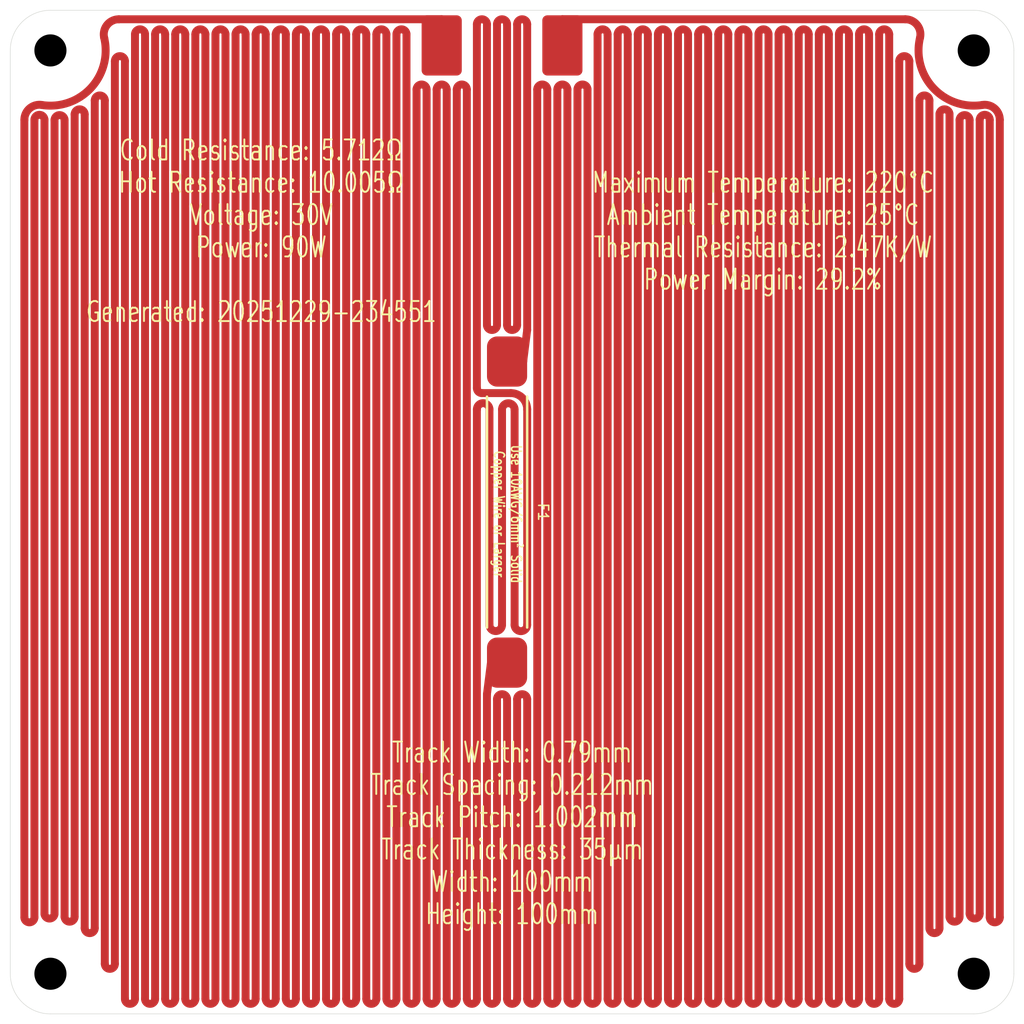
<source format=kicad_pcb>
(kicad_pcb (version 20241229) (generator "pcbnew") (generator_version "9.0")
  (layers (0 "F.Cu" signal) (2 "B.Cu" signal) (13 "F.Paste" user) (15 "B.Paste" user) (5 "F.SilkS" user "F.Silkscreen") (7 "B.SilkS" user "B.Silkscreen") (1 "F.Mask" user) (3 "B.Mask" user) (25 "Edge.Cuts" user))
  (net 0 "")
  (net 1 "Net-(J2-Pin_1)")
  (net 2 "Net-(J1-Pin_1)")
  (footprint "blg:MountingHole_3.2mm_M3_NoPad_TopLarge" (layer "F.Cu") (at 151 59)
    (property "Reference" "REF**" (hide yes))
    (property "Value" "MountingHole_3.2mm_M3_NoPad_TopLarge" (hide yes))
    (pad "" np_thru_hole circle (at 0 0) (size 7.6 7.6) (drill 3.2) (layers))
  )
  (footprint "blg:SMD_PowerConnection_4x6mm" (layer "F.Cu") (at 110.01 58.5 -90)
    (property "Reference" "J2" (hide yes))
    (property "Value" "Hotplate_Power_Connection" (hide yes))
    (pad "1" smd roundrect (at 0 0 270) (size 6 4) (layers "F.Cu" "F.Mask" "F.Paste") (roundrect_rratio 0.125) (net 1 "Net-(J2-Pin_1)"))
  )
  (footprint "blg:MountingHole_3.2mm_M3_NoPad_TopLarge" (layer "F.Cu") (at 59 151)
    (property "Reference" "REF**" (hide yes))
    (property "Value" "MountingHole_3.2mm_M3_NoPad_TopLarge" (hide yes))
    (pad "" np_thru_hole circle (at 0 0) (size 7.6 7.6) (drill 3.2) (layers))
  )
  (footprint "blg:MountingHole_3.2mm_M3_NoPad_TopLarge" (layer "F.Cu") (at 151 151)
    (property "Reference" "REF**" (hide yes))
    (property "Value" "MountingHole_3.2mm_M3_NoPad_TopLarge" (hide yes))
    (pad "" np_thru_hole circle (at 0 0) (size 7.6 7.6) (drill 3.2) (layers))
  )
  (footprint "blg:SMD_PowerConnection_4x6mm" (layer "F.Cu") (at 97.986 58.5 -90)
    (property "Reference" "J1" (hide yes))
    (property "Value" "Hotplate_Power_Connection" (hide yes))
    (pad "1" smd roundrect (at 0 0 270) (size 6 4) (layers "F.Cu" "F.Mask" "F.Paste") (roundrect_rratio 0.125) (net 2 "Net-(J1-Pin_1)"))
  )
  (footprint "blg:Thermal Fuse, SN100C, Front, 35mm" (layer "F.Cu") (at 104.499 105 -90)
    (property "Reference" "F1" (at 0 -3.6 270) (layer "F.SilkS"))
    (property "Value" "~")
    (fp_line (start -11.5 2) (end 11.5 2) (stroke (width 0.25)) (layer "F.SilkS"))
    (fp_line (start -11.5 -2) (end 11.5 -2) (stroke (width 0.25)) (layer "F.SilkS"))
    (fp_text user "Use 10AWG/6mm  Solid" (at 0.2 -0.9 270) (layer "F.SilkS") (effects (font (size 1 0.75))))
    (fp_text user "2" (at 3.35 -1.3 270) (layer "F.SilkS") (effects (font (size 0.6 0.4) (thickness 0.1))))
    (fp_text user "Copper Wire or Larger" (at 0.2 0.8 270) (layer "F.SilkS") (effects (font (size 1 0.75))))
    (pad "1" smd roundrect (at -15 0 270) (size 5 4) (layers "F.Cu" "F.Mask") (net 2 "Net-(J1-Pin_1)"))
    (pad "2" smd roundrect (at 15 0 270) (size 5 4) (layers "F.Cu" "F.Mask") (net 1 "Net-(J2-Pin_1)"))
  )
  (footprint "blg:MountingHole_3.2mm_M3_NoPad_TopLarge" (layer "F.Cu") (at 59 59)
    (property "Reference" "REF**" (hide yes))
    (property "Value" "MountingHole_3.2mm_M3_NoPad_TopLarge" (hide yes))
    (pad "" np_thru_hole circle (at 0 0) (size 7.6 7.6) (drill 3.2) (layers))
  )
  (gr_arc (start 55 59) (mid 56.171573 56.171573) (end 59 55) (stroke (width 0.05)) (layer "Edge.Cuts"))
  (gr_line (start 155 59) (end 155 151) (stroke (width 0.05)) (layer "Edge.Cuts"))
  (gr_arc (start 59 155) (mid 56.171573 153.828427) (end 55 151) (stroke (width 0.05)) (layer "Edge.Cuts"))
  (gr_line (start 59 155) (end 151 155) (stroke (width 0.05)) (layer "Edge.Cuts"))
  (gr_line (start 55 59) (end 55 151) (stroke (width 0.05)) (layer "Edge.Cuts"))
  (gr_arc (start 155 151) (mid 153.828427 153.828427) (end 151 155) (stroke (width 0.05)) (layer "Edge.Cuts"))
  (gr_arc (start 151 55) (mid 153.828427 56.171573) (end 155 59) (stroke (width 0.05)) (layer "Edge.Cuts"))
  (gr_line (start 59 55) (end 151 55) (stroke (width 0.05)) (layer "Edge.Cuts"))
  (gr_text "Track Width: 0.79mm\nTrack Spacing: 0.212mm\nTrack Pitch: 1.002mm\nTrack Thickness: 35µm\nWidth: 100mm\nHeight: 100mm" (at 105 137 0) (layer "F.SilkS") (effects (font (size 2 1.5) (thickness 0.1875))))
  (gr_text "Maximum Temperature: 220°C\nAmbient Temperature: 25°C\nThermal Resistance: 2.47K/W\nPower Margin: 29.2%" (at 130 77 0) (layer "F.SilkS") (effects (font (size 2 1.5) (thickness 0.1875))))
  (gr_text "Cold Resistance: 5.712Ω\nHot Resistance: 10.005Ω\nVoltage: 30V\nPower: 90W\n\nGenerated: 20251229-234551" (at 80 77 0) (layer "F.SilkS") (effects (font (size 2 1.5) (thickness 0.1875))))
  (segment (start 127.544999 153.498) (end 127.544999 57.397999) (width 0.79) (layer "F.Cu") (net 1))
  (segment (start 146.583 63.986912) (end 146.583 146.451489) (width 0.79) (layer "F.Cu") (net 1))
  (segment (start 122.535 57.397999) (end 122.535 153.498) (width 0.79) (layer "F.Cu") (net 1))
  (segment (start 142.575 57.397999) (end 142.575 153.498) (width 0.79) (layer "F.Cu") (net 1))
  (segment (start 132.555 57.397999) (end 132.555 153.498) (width 0.79) (layer "F.Cu") (net 1))
  (segment (start 119.529 153.498) (end 119.529 57.397999) (width 0.79) (layer "F.Cu") (net 1))
  (segment (start 134.559 57.397999) (end 134.559 153.498) (width 0.79) (layer "F.Cu") (net 1))
  (segment (start 129.549 153.498) (end 129.549 57.397999) (width 0.79) (layer "F.Cu") (net 1))
  (segment (start 128.547 57.397999) (end 128.547 153.498) (width 0.79) (layer "F.Cu") (net 1))
  (segment (start 139.569 153.498) (end 139.569 57.397999) (width 0.79) (layer "F.Cu") (net 1))
  (segment (start 110.009999 55.895) (end 110.009999 58.5) (width 0.79) (layer "F.Cu") (net 1))
  (segment (start 152.594999 65.918032) (end 152.594999 145.375874) (width 0.79) (layer "F.Cu") (net 1))
  (segment (start 126.542999 57.397999) (end 126.542999 153.498) (width 0.79) (layer "F.Cu") (net 1))
  (segment (start 124.539 57.397999) (end 124.539 153.498) (width 0.79) (layer "F.Cu") (net 1))
  (segment (start 104.499 123.645999) (end 104.499 153.498) (width 0.79) (layer "F.Cu") (net 1))
  (segment (start 115.521 153.498) (end 115.521 57.397999) (width 0.79) (layer "F.Cu") (net 1))
  (segment (start 140.571 57.397999) (end 140.571 153.498) (width 0.79) (layer "F.Cu") (net 1))
  (segment (start 111.513 153.498) (end 111.513 62.896) (width 0.79) (layer "F.Cu") (net 1))
  (segment (start 150.591 65.944632) (end 150.591 144.998705) (width 0.79) (layer "F.Cu") (net 1))
  (segment (start 121.532999 153.498) (end 121.532999 57.397999) (width 0.79) (layer "F.Cu") (net 1))
  (segment (start 102.494999 123.145) (end 102.494999 153.498) (width 0.79) (layer "F.Cu") (net 1))
  (segment (start 106.503 123.645999) (end 106.503 153.498) (width 0.79) (layer "F.Cu") (net 1))
  (segment (start 112.514999 62.896) (end 112.514999 153.498) (width 0.79) (layer "F.Cu") (net 1))
  (segment (start 136.563 57.397999) (end 136.563 153.498) (width 0.79) (layer "F.Cu") (net 1))
  (segment (start 105.500999 153.498) (end 105.500999 123.645999) (width 0.79) (layer "F.Cu") (net 1))
  (segment (start 118.526999 57.397999) (end 118.526999 153.498) (width 0.79) (layer "F.Cu") (net 1))
  (segment (start 125.540999 153.498) (end 125.540999 57.397999) (width 0.79) (layer "F.Cu") (net 1))
  (segment (start 116.523 57.397999) (end 116.523 153.498) (width 0.79) (layer "F.Cu") (net 1))
  (segment (start 123.536999 153.498) (end 123.536999 57.397999) (width 0.79) (layer "F.Cu") (net 1))
  (segment (start 148.587 65.369036) (end 148.587 145.310688) (width 0.79) (layer "F.Cu") (net 1))
  (segment (start 135.560999 153.498) (end 135.560999 57.397999) (width 0.79) (layer "F.Cu") (net 1))
  (segment (start 137.565 153.498) (end 137.565 57.397999) (width 0.79) (layer "F.Cu") (net 1))
  (segment (start 102.894 120) (end 104.499 120) (width 0.79) (layer "F.Cu") (net 1))
  (segment (start 147.585 146.451489) (end 147.585 65.369036) (width 0.79) (layer "F.Cu") (net 1))
  (segment (start 141.573 153.498) (end 141.573 57.397999) (width 0.79) (layer "F.Cu") (net 1))
  (segment (start 153.596999 145.375874) (end 153.596999 65.918032) (width 0.79) (layer "F.Cu") (net 1))
  (segment (start 108.506999 62.896) (end 108.506999 153.498) (width 0.79) (layer "F.Cu") (net 1))
  (segment (start 102.494999 123.145) (end 102.894 120) (width 0.79) (layer "F.Cu") (net 1))
  (segment (start 144.18167 55.895) (end 110.009999 55.895) (width 0.79) (layer "F.Cu") (net 1))
  (segment (start 144.578999 60.068612) (end 144.578999 150.011261) (width 0.79) (layer "F.Cu") (net 1))
  (segment (start 117.524999 153.498) (end 117.524999 57.397999) (width 0.79) (layer "F.Cu") (net 1))
  (segment (start 107.505 153.498) (end 107.505 62.896) (width 0.79) (layer "F.Cu") (net 1))
  (segment (start 113.517 153.498) (end 113.517 57.397999) (width 0.79) (layer "F.Cu") (net 1))
  (segment (start 114.518999 57.397999) (end 114.518999 153.498) (width 0.79) (layer "F.Cu") (net 1))
  (segment (start 143.576999 153.498) (end 143.576999 60.068612) (width 0.79) (layer "F.Cu") (net 1))
  (segment (start 130.550999 57.397999) (end 130.550999 153.498) (width 0.79) (layer "F.Cu") (net 1))
  (segment (start 149.589 145.310688) (end 149.589 65.944632) (width 0.79) (layer "F.Cu") (net 1))
  (segment (start 120.531 57.397999) (end 120.531 153.498) (width 0.79) (layer "F.Cu") (net 1))
  (segment (start 151.593 144.998705) (end 151.593 65.918032) (width 0.79) (layer "F.Cu") (net 1))
  (segment (start 109.509 153.498) (end 109.509 62.896) (width 0.79) (layer "F.Cu") (net 1))
  (segment (start 110.511 62.896) (end 110.511 153.498) (width 0.79) (layer "F.Cu") (net 1))
  (segment (start 138.567 57.397999) (end 138.567 153.498) (width 0.79) (layer "F.Cu") (net 1))
  (segment (start 133.556999 153.498) (end 133.556999 57.397999) (width 0.79) (layer "F.Cu") (net 1))
  (segment (start 103.496999 153.498) (end 103.496999 123.645999) (width 0.79) (layer "F.Cu") (net 1))
  (segment (start 145.581 150.011261) (end 145.581 63.986912) (width 0.79) (layer "F.Cu") (net 1))
  (segment (start 131.553 153.498) (end 131.553 57.397999) (width 0.79) (layer "F.Cu") (net 1))
  (arc (start 103.496999 123.645999) (mid 103.997999 123.145) (end 104.499 123.645999) (width 0.79) (layer "F.Cu") (net 1))
  (arc (start 143.576999 60.068612) (mid 144.077999 59.567612) (end 144.578999 60.068612) (width 0.79) (layer "F.Cu") (net 1))
  (arc (start 142.575 153.498) (mid 143.076 153.999) (end 143.576999 153.498) (width 0.79) (layer "F.Cu") (net 1))
  (arc (start 152.594999 145.375874) (mid 153.095999 145.876874) (end 153.596999 145.375874) (width 0.79) (layer "F.Cu") (net 1))
  (arc (start 139.569 57.397999) (mid 140.07 56.897) (end 140.571 57.397999) (width 0.79) (layer "F.Cu") (net 1))
  (arc (start 102.494999 153.498) (mid 102.996 153.999) (end 103.496999 153.498) (width 0.79) (layer "F.Cu") (net 1))
  (arc (start 124.539 153.498) (mid 125.039999 153.999) (end 125.540999 153.498) (width 0.79) (layer "F.Cu") (net 1))
  (arc (start 147.585 65.369036) (mid 148.085999 64.868036) (end 148.587 65.369036) (width 0.79) (layer "F.Cu") (net 1))
  (arc (start 118.526999 153.498) (mid 119.027999 153.999) (end 119.529 153.498) (width 0.79) (layer "F.Cu") (net 1))
  (arc (start 110.511 153.498) (mid 111.012 153.999) (end 111.513 153.498) (width 0.79) (layer "F.Cu") (net 1))
  (arc (start 133.556999 57.397999) (mid 134.058 56.897) (end 134.559 57.397999) (width 0.79) (layer "F.Cu") (net 1))
  (arc (start 144.578999 150.011261) (mid 145.079999 150.512261) (end 145.581 150.011261) (width 0.79) (layer "F.Cu") (net 1))
  (arc (start 116.523 153.498) (mid 117.023999 153.999) (end 117.524999 153.498) (width 0.79) (layer "F.Cu") (net 1))
  (arc (start 140.571 153.498) (mid 141.072 153.999) (end 141.573 153.498) (width 0.79) (layer "F.Cu") (net 1))
  (arc (start 148.587 145.310688) (mid 149.088 145.811688) (end 149.589 145.310688) (width 0.79) (layer "F.Cu") (net 1))
  (arc (start 106.503 153.498) (mid 107.004 153.999) (end 107.505 153.498) (width 0.79) (layer "F.Cu") (net 1))
  (arc (start 145.581 63.986912) (mid 146.082 63.485912) (end 146.583 63.986912) (width 0.79) (layer "F.Cu") (net 1))
  (arc (start 109.509 62.896) (mid 110.009999 62.394999) (end 110.511 62.896) (width 0.79) (layer "F.Cu") (net 1))
  (arc (start 130.550999 153.498) (mid 131.051999 153.999) (end 131.553 153.498) (width 0.79) (layer "F.Cu") (net 1))
  (arc (start 117.524999 57.397999) (mid 118.026 56.897) (end 118.526999 57.397999) (width 0.79) (layer "F.Cu") (net 1))
  (arc (start 150.591 144.998705) (mid 151.092 145.499705) (end 151.593 144.998705) (width 0.79) (layer "F.Cu") (net 1))
  (arc (start 146.583 146.451489) (mid 147.084 146.952489) (end 147.585 146.451489) (width 0.79) (layer "F.Cu") (net 1))
  (arc (start 122.535 153.498) (mid 123.035999 153.999) (end 123.536999 153.498) (width 0.79) (layer "F.Cu") (net 1))
  (arc (start 123.536999 57.397999) (mid 124.038 56.897) (end 124.539 57.397999) (width 0.79) (layer "F.Cu") (net 1))
  (arc (start 153.596999 65.918032) (mid 153.21163 64.91309) (end 151.859236 64.43348) (width 0.79) (layer "F.Cu") (net 1))
  (arc (start 135.560999 57.397999) (mid 136.061999 56.897) (end 136.563 57.397999) (width 0.79) (layer "F.Cu") (net 1))
  (arc (start 128.547 153.498) (mid 129.048 153.999) (end 129.549 153.498) (width 0.79) (layer "F.Cu") (net 1))
  (arc (start 113.517 57.397999) (mid 114.018 56.897) (end 114.518999 57.397999) (width 0.79) (layer "F.Cu") (net 1))
  (arc (start 112.514999 153.498) (mid 113.015999 153.999) (end 113.517 153.498) (width 0.79) (layer "F.Cu") (net 1))
  (arc (start 111.513 62.896) (mid 112.013999 62.394999) (end 112.514999 62.896) (width 0.79) (layer "F.Cu") (net 1))
  (arc (start 104.499 153.498) (mid 105 153.999) (end 105.500999 153.498) (width 0.79) (layer "F.Cu") (net 1))
  (arc (start 131.553 57.397999) (mid 132.054 56.897) (end 132.555 57.397999) (width 0.79) (layer "F.Cu") (net 1))
  (arc (start 144.18167 55.895) (mid 145.359742 56.464642) (end 145.644827 57.741775) (width 0.79) (layer "F.Cu") (net 1))
  (arc (start 119.529 57.397999) (mid 120.03 56.897) (end 120.531 57.397999) (width 0.79) (layer "F.Cu") (net 1))
  (arc (start 136.563 153.498) (mid 137.064 153.999) (end 137.565 153.498) (width 0.79) (layer "F.Cu") (net 1))
  (arc (start 151.593 65.918032) (mid 152.094 65.417032) (end 152.594999 65.918032) (width 0.79) (layer "F.Cu") (net 1))
  (arc (start 120.531 153.498) (mid 121.032 153.999) (end 121.532999 153.498) (width 0.79) (layer "F.Cu") (net 1))
  (arc (start 107.505 62.896) (mid 108.005999 62.394999) (end 108.506999 62.896) (width 0.79) (layer "F.Cu") (net 1))
  (arc (start 115.521 57.397999) (mid 116.022 56.897) (end 116.523 57.397999) (width 0.79) (layer "F.Cu") (net 1))
  (arc (start 126.542999 153.498) (mid 127.044 153.999) (end 127.544999 153.498) (width 0.79) (layer "F.Cu") (net 1))
  (arc (start 149.589 65.944632) (mid 150.09 65.443632) (end 150.591 65.944632) (width 0.79) (layer "F.Cu") (net 1))
  (arc (start 127.544999 57.397999) (mid 128.045999 56.897) (end 128.547 57.397999) (width 0.79) (layer "F.Cu") (net 1))
  (arc (start 132.555 153.498) (mid 133.056 153.999) (end 133.556999 153.498) (width 0.79) (layer "F.Cu") (net 1))
  (arc (start 151.859236 64.43348) (mid 146.969108 62.743382) (end 145.644827 57.741775) (width 0.79) (layer "F.Cu") (net 1))
  (arc (start 137.565 57.397999) (mid 138.066 56.897) (end 138.567 57.397999) (width 0.79) (layer "F.Cu") (net 1))
  (arc (start 105.500999 123.645999) (mid 106.002 123.145) (end 106.503 123.645999) (width 0.79) (layer "F.Cu") (net 1))
  (arc (start 108.506999 153.498) (mid 109.008 153.999) (end 109.509 153.498) (width 0.79) (layer "F.Cu") (net 1))
  (arc (start 134.559 153.498) (mid 135.059999 153.999) (end 135.560999 153.498) (width 0.79) (layer "F.Cu") (net 1))
  (arc (start 114.518999 153.498) (mid 115.02 153.999) (end 115.521 153.498) (width 0.79) (layer "F.Cu") (net 1))
  (arc (start 125.540999 57.397999) (mid 126.041999 56.897) (end 126.542999 57.397999) (width 0.79) (layer "F.Cu") (net 1))
  (arc (start 129.549 57.397999) (mid 130.05 56.897) (end 130.550999 57.397999) (width 0.79) (layer "F.Cu") (net 1))
  (arc (start 121.532999 57.397999) (mid 122.033999 56.897) (end 122.535 57.397999) (width 0.79) (layer "F.Cu") (net 1))
  (arc (start 141.573 57.397999) (mid 142.074 56.897) (end 142.575 57.397999) (width 0.79) (layer "F.Cu") (net 1))
  (arc (start 138.567 153.498) (mid 139.067999 153.999) (end 139.569 153.498) (width 0.79) (layer "F.Cu") (net 1))
  (segment (start 81.453 57.397999) (end 81.453 153.498) (width 0.79) (layer "F.Cu") (net 2))
  (segment (start 92.475 153.498) (end 92.475 57.397999) (width 0.79) (layer "F.Cu") (net 2))
  (segment (start 85.461 57.397999) (end 85.461 153.498) (width 0.79) (layer "F.Cu") (net 2))
  (segment (start 99.488999 62.896) (end 99.488999 153.498) (width 0.79) (layer "F.Cu") (net 2))
  (segment (start 80.451 153.498) (end 80.451 57.397999) (width 0.79) (layer "F.Cu") (net 2))
  (segment (start 105.2505 116.228749) (end 105.2505 94.773249) (width 0.79) (layer "F.Cu") (net 2))
  (segment (start 98.487 153.498) (end 98.487 62.896) (width 0.79) (layer "F.Cu") (net 2))
  (segment (start 104.499 86.354) (end 104.499 56.395999) (width 0.79) (layer "F.Cu") (net 2))
  (segment (start 62.415 146.451489) (end 62.415 65.369036) (width 0.79) (layer "F.Cu") (net 2))
  (segment (start 103.997999 94.773249) (end 103.997999 116.228749) (width 0.79) (layer "F.Cu") (net 2))
  (segment (start 56.402999 145.375874) (end 56.402999 65.918032) (width 0.79) (layer "F.Cu") (net 2))
  (segment (start 100.491 153.498) (end 100.491 62.896) (width 0.79) (layer "F.Cu") (net 2))
  (segment (start 94.479 153.498) (end 94.479 57.397999) (width 0.79) (layer "F.Cu") (net 2))
  (segment (start 88.466999 153.498) (end 88.466999 57.397999) (width 0.79) (layer "F.Cu") (net 2))
  (segment (start 57.405 65.918032) (end 57.405 145.375874) (width 0.79) (layer "F.Cu") (net 2))
  (segment (start 102.7455 116.228749) (end 102.7455 94.773249) (width 0.79) (layer "F.Cu") (net 2))
  (segment (start 69.428999 57.397999) (end 69.428999 153.498) (width 0.79) (layer "F.Cu") (net 2))
  (segment (start 72.435 153.498) (end 72.435 57.397999) (width 0.79) (layer "F.Cu") (net 2))
  (segment (start 64.419 150.011261) (end 64.419 63.986912) (width 0.79) (layer "F.Cu") (net 2))
  (segment (start 87.465 57.397999) (end 87.465 153.498) (width 0.79) (layer "F.Cu") (net 2))
  (segment (start 90.470999 153.498) (end 90.470999 57.397999) (width 0.79) (layer "F.Cu") (net 2))
  (segment (start 78.447 153.498) (end 78.447 57.397999) (width 0.79) (layer "F.Cu") (net 2))
  (segment (start 71.433 57.397999) (end 71.433 153.498) (width 0.79) (layer "F.Cu") (net 2))
  (segment (start 83.457 57.397999) (end 83.457 153.498) (width 0.79) (layer "F.Cu") (net 2))
  (segment (start 86.463 153.498) (end 86.463 57.397999) (width 0.79) (layer "F.Cu") (net 2))
  (segment (start 67.425 57.397999) (end 67.425 153.498) (width 0.79) (layer "F.Cu") (net 2))
  (segment (start 91.473 57.397999) (end 91.473 153.498) (width 0.79) (layer "F.Cu") (net 2))
  (segment (start 75.440999 57.397999) (end 75.440999 153.498) (width 0.79) (layer "F.Cu") (net 2))
  (segment (start 65.420999 60.068612) (end 65.420999 150.011261) (width 0.79) (layer "F.Cu") (net 2))
  (segment (start 84.458999 153.498) (end 84.458999 57.397999) (width 0.79) (layer "F.Cu") (net 2))
  (segment (start 89.469 57.397999) (end 89.469 153.498) (width 0.79) (layer "F.Cu") (net 2))
  (segment (start 61.413 65.369036) (end 61.413 145.310688) (width 0.79) (layer "F.Cu") (net 2))
  (segment (start 70.431 153.498) (end 70.431 57.397999) (width 0.79) (layer "F.Cu") (net 2))
  (segment (start 101.493 56.395999) (end 101.493 92.643999) (width 0.79) (layer "F.Cu") (net 2))
  (segment (start 106.104 90) (end 104.499 90) (width 0.79) (layer "F.Cu") (net 2))
  (segment (start 82.455 153.498) (end 82.455 57.397999) (width 0.79) (layer "F.Cu") (net 2))
  (segment (start 101.994 93.145) (end 104.874749 93.145) (width 0.79) (layer "F.Cu") (net 2))
  (segment (start 66.423 153.498) (end 66.423 60.068612) (width 0.79) (layer "F.Cu") (net 2))
  (segment (start 65.818329 55.895) (end 97.985999 55.895) (width 0.79) (layer "F.Cu") (net 2))
  (segment (start 63.417 63.986912) (end 63.417 146.451489) (width 0.79) (layer "F.Cu") (net 2))
  (segment (start 106.503 86.855) (end 106.503 56.395999) (width 0.79) (layer "F.Cu") (net 2))
  (segment (start 59.409 65.944632) (end 59.409 144.998705) (width 0.79) (layer "F.Cu") (net 2))
  (segment (start 79.449 57.397999) (end 79.449 153.498) (width 0.79) (layer "F.Cu") (net 2))
  (segment (start 106.503 94.773249) (end 106.503 116.228749) (width 0.79) (layer "F.Cu") (net 2))
  (segment (start 101.493 94.773249) (end 101.493 153.498) (width 0.79) (layer "F.Cu") (net 2))
  (segment (start 93.476999 57.397999) (end 93.476999 153.498) (width 0.79) (layer "F.Cu") (net 2))
  (segment (start 105.500999 56.395999) (end 105.500999 86.354) (width 0.79) (layer "F.Cu") (net 2))
  (segment (start 97.485 62.896) (end 97.485 153.498) (width 0.79) (layer "F.Cu") (net 2))
  (segment (start 95.481 62.896) (end 95.481 153.498) (width 0.79) (layer "F.Cu") (net 2))
  (segment (start 77.445 57.397999) (end 77.445 153.498) (width 0.79) (layer "F.Cu") (net 2))
  (segment (start 60.411 145.310688) (end 60.411 65.944632) (width 0.79) (layer "F.Cu") (net 2))
  (segment (start 58.407 144.998705) (end 58.407 65.918032) (width 0.79) (layer "F.Cu") (net 2))
  (segment (start 97.985999 55.895) (end 97.985999 58.5) (width 0.79) (layer "F.Cu") (net 2))
  (segment (start 74.439 153.498) (end 74.439 57.397999) (width 0.79) (layer "F.Cu") (net 2))
  (segment (start 96.483 153.498) (end 96.483 62.896) (width 0.79) (layer "F.Cu") (net 2))
  (segment (start 103.496999 56.395999) (end 103.496999 86.354) (width 0.79) (layer "F.Cu") (net 2))
  (segment (start 68.427 153.498) (end 68.427 57.397999) (width 0.79) (layer "F.Cu") (net 2))
  (segment (start 73.437 57.397999) (end 73.437 153.498) (width 0.79) (layer "F.Cu") (net 2))
  (segment (start 106.503 86.855) (end 106.104 90) (width 0.79) (layer "F.Cu") (net 2))
  (segment (start 102.494999 86.354) (end 102.494999 56.395999) (width 0.79) (layer "F.Cu") (net 2))
  (segment (start 76.443 153.498) (end 76.443 57.397999) (width 0.79) (layer "F.Cu") (net 2))
  (arc (start 91.473 153.498) (mid 90.972 153.999) (end 90.470999 153.498) (width 0.79) (layer "F.Cu") (net 2))
  (arc (start 88.466999 57.397999) (mid 87.966 56.897) (end 87.465 57.397999) (width 0.79) (layer "F.Cu") (net 2))
  (arc (start 87.465 153.498) (mid 86.964 153.999) (end 86.463 153.498) (width 0.79) (layer "F.Cu") (net 2))
  (arc (start 63.417 146.451489) (mid 62.916 146.952489) (end 62.415 146.451489) (width 0.79) (layer "F.Cu") (net 2))
  (arc (start 104.499 56.395999) (mid 103.997999 55.895) (end 103.496999 56.395999) (width 0.79) (layer "F.Cu") (net 2))
  (arc (start 57.405 145.375874) (mid 56.904 145.876874) (end 56.402999 145.375874) (width 0.79) (layer "F.Cu") (net 2))
  (arc (start 83.457 153.498) (mid 82.956 153.999) (end 82.455 153.498) (width 0.79) (layer "F.Cu") (net 2))
  (arc (start 102.7455 94.773249) (mid 102.11925 94.146999) (end 101.493 94.773249) (width 0.79) (layer "F.Cu") (net 2))
  (arc (start 69.428999 153.498) (mid 68.928 153.999) (end 68.427 153.498) (width 0.79) (layer "F.Cu") (net 2))
  (arc (start 73.437 153.498) (mid 72.936 153.999) (end 72.435 153.498) (width 0.79) (layer "F.Cu") (net 2))
  (arc (start 94.479 57.397999) (mid 93.978 56.897) (end 93.476999 57.397999) (width 0.79) (layer "F.Cu") (net 2))
  (arc (start 93.476999 153.498) (mid 92.975999 153.999) (end 92.475 153.498) (width 0.79) (layer "F.Cu") (net 2))
  (arc (start 64.419 63.986912) (mid 63.918 63.485912) (end 63.417 63.986912) (width 0.79) (layer "F.Cu") (net 2))
  (arc (start 62.415 65.369036) (mid 61.913999 64.868036) (end 61.413 65.369036) (width 0.79) (layer "F.Cu") (net 2))
  (arc (start 82.455 57.397999) (mid 81.954 56.897) (end 81.453 57.397999) (width 0.79) (layer "F.Cu") (net 2))
  (arc (start 79.449 153.498) (mid 78.948 153.999) (end 78.447 153.498) (width 0.79) (layer "F.Cu") (net 2))
  (arc (start 72.435 57.397999) (mid 71.934 56.897) (end 71.433 57.397999) (width 0.79) (layer "F.Cu") (net 2))
  (arc (start 58.140763 64.43348) (mid 63.030891 62.743382) (end 64.355172 57.741775) (width 0.79) (layer "F.Cu") (net 2))
  (arc (start 106.503 56.395999) (mid 106.002 55.895) (end 105.500999 56.395999) (width 0.79) (layer "F.Cu") (net 2))
  (arc (start 90.470999 57.397999) (mid 89.97 56.897) (end 89.469 57.397999) (width 0.79) (layer "F.Cu") (net 2))
  (arc (start 66.423 60.068612) (mid 65.922 59.567612) (end 65.420999 60.068612) (width 0.79) (layer "F.Cu") (net 2))
  (arc (start 95.481 153.498) (mid 94.979999 153.999) (end 94.479 153.498) (width 0.79) (layer "F.Cu") (net 2))
  (arc (start 104.874749 93.145) (mid 106.026096 93.621903) (end 106.503 94.773249) (width 0.79) (layer "F.Cu") (net 2))
  (arc (start 84.458999 57.397999) (mid 83.957999 56.897) (end 83.457 57.397999) (width 0.79) (layer "F.Cu") (net 2))
  (arc (start 86.463 57.397999) (mid 85.962 56.897) (end 85.461 57.397999) (width 0.79) (layer "F.Cu") (net 2))
  (arc (start 101.994 93.145) (mid 101.639739 92.99826) (end 101.493 92.643999) (width 0.79) (layer "F.Cu") (net 2))
  (arc (start 58.407 65.918032) (mid 57.906 65.417032) (end 57.405 65.918032) (width 0.79) (layer "F.Cu") (net 2))
  (arc (start 98.487 62.896) (mid 97.985999 62.394999) (end 97.485 62.896) (width 0.79) (layer "F.Cu") (net 2))
  (arc (start 99.488999 153.498) (mid 98.988 153.999) (end 98.487 153.498) (width 0.79) (layer "F.Cu") (net 2))
  (arc (start 81.453 153.498) (mid 80.952 153.999) (end 80.451 153.498) (width 0.79) (layer "F.Cu") (net 2))
  (arc (start 105.2505 94.773249) (mid 104.62425 94.146999) (end 103.997999 94.773249) (width 0.79) (layer "F.Cu") (net 2))
  (arc (start 101.493 153.498) (mid 100.992 153.999) (end 100.491 153.498) (width 0.79) (layer "F.Cu") (net 2))
  (arc (start 65.818329 55.895) (mid 64.640257 56.464642) (end 64.355172 57.741775) (width 0.79) (layer "F.Cu") (net 2))
  (arc (start 100.491 62.896) (mid 99.99 62.394999) (end 99.488999 62.896) (width 0.79) (layer "F.Cu") (net 2))
  (arc (start 65.420999 150.011261) (mid 64.919999 150.512261) (end 64.419 150.011261) (width 0.79) (layer "F.Cu") (net 2))
  (arc (start 89.469 153.498) (mid 88.967999 153.999) (end 88.466999 153.498) (width 0.79) (layer "F.Cu") (net 2))
  (arc (start 70.431 57.397999) (mid 69.93 56.897) (end 69.428999 57.397999) (width 0.79) (layer "F.Cu") (net 2))
  (arc (start 56.402999 65.918032) (mid 56.788369 64.91309) (end 58.140763 64.43348) (width 0.79) (layer "F.Cu") (net 2))
  (arc (start 61.413 145.310688) (mid 60.911999 145.811688) (end 60.411 145.310688) (width 0.79) (layer "F.Cu") (net 2))
  (arc (start 97.485 153.498) (mid 96.984 153.999) (end 96.483 153.498) (width 0.79) (layer "F.Cu") (net 2))
  (arc (start 59.409 144.998705) (mid 58.907999 145.499705) (end 58.407 144.998705) (width 0.79) (layer "F.Cu") (net 2))
  (arc (start 92.475 57.397999) (mid 91.974 56.897) (end 91.473 57.397999) (width 0.79) (layer "F.Cu") (net 2))
  (arc (start 74.439 57.397999) (mid 73.937999 56.897) (end 73.437 57.397999) (width 0.79) (layer "F.Cu") (net 2))
  (arc (start 106.503 116.228749) (mid 105.876749 116.855) (end 105.2505 116.228749) (width 0.79) (layer "F.Cu") (net 2))
  (arc (start 96.483 62.896) (mid 95.982 62.394999) (end 95.481 62.896) (width 0.79) (layer "F.Cu") (net 2))
  (arc (start 103.496999 86.354) (mid 102.996 86.855) (end 102.494999 86.354) (width 0.79) (layer "F.Cu") (net 2))
  (arc (start 68.427 57.397999) (mid 67.926 56.897) (end 67.425 57.397999) (width 0.79) (layer "F.Cu") (net 2))
  (arc (start 60.411 65.944632) (mid 59.91 65.443632) (end 59.409 65.944632) (width 0.79) (layer "F.Cu") (net 2))
  (arc (start 102.494999 56.395999) (mid 101.993999 55.894999) (end 101.492999 56.395999) (width 0.79) (layer "F.Cu") (net 2))
  (arc (start 103.997999 116.228749) (mid 103.371749 116.855) (end 102.7455 116.228749) (width 0.79) (layer "F.Cu") (net 2))
  (arc (start 75.440999 153.498) (mid 74.94 153.999) (end 74.439 153.498) (width 0.79) (layer "F.Cu") (net 2))
  (arc (start 80.451 57.397999) (mid 79.949999 56.897) (end 79.449 57.397999) (width 0.79) (layer "F.Cu") (net 2))
  (arc (start 71.433 153.498) (mid 70.931999 153.999) (end 70.431 153.498) (width 0.79) (layer "F.Cu") (net 2))
  (arc (start 67.425 153.498) (mid 66.923999 153.999) (end 66.423 153.498) (width 0.79) (layer "F.Cu") (net 2))
  (arc (start 78.447 57.397999) (mid 77.946 56.897) (end 77.445 57.397999) (width 0.79) (layer "F.Cu") (net 2))
  (arc (start 77.445 153.498) (mid 76.944 153.999) (end 76.443 153.498) (width 0.79) (layer "F.Cu") (net 2))
  (arc (start 105.500999 86.354) (mid 105 86.855) (end 104.499 86.354) (width 0.79) (layer "F.Cu") (net 2))
  (arc (start 76.443 57.397999) (mid 75.942 56.897) (end 75.440999 57.397999) (width 0.79) (layer "F.Cu") (net 2))
  (arc (start 85.461 153.498) (mid 84.96 153.999) (end 84.458999 153.498) (width 0.79) (layer "F.Cu") (net 2))
)
</source>
